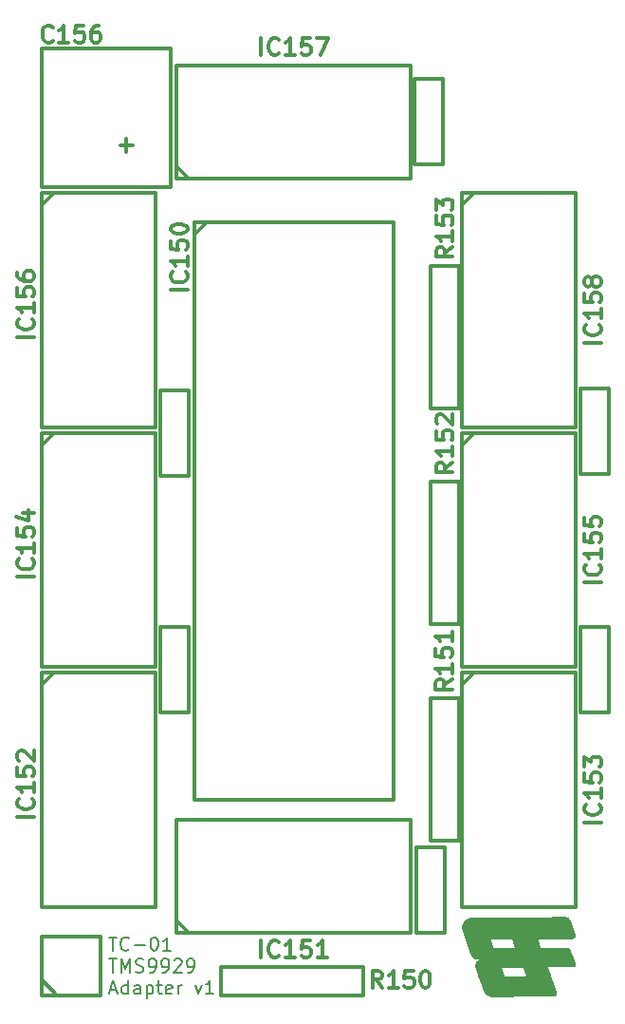
<source format=gbr>
%TF.GenerationSoftware,KiCad,Pcbnew,9.0.3*%
%TF.CreationDate,2025-10-30T22:20:45+00:00*%
%TF.ProjectId,TMSAdapterTC01,544d5341-6461-4707-9465-72544330312e,rev?*%
%TF.SameCoordinates,Original*%
%TF.FileFunction,Legend,Top*%
%TF.FilePolarity,Positive*%
%FSLAX46Y46*%
G04 Gerber Fmt 4.6, Leading zero omitted, Abs format (unit mm)*
G04 Created by KiCad (PCBNEW 9.0.3) date 2025-10-30 22:20:45*
%MOMM*%
%LPD*%
G01*
G04 APERTURE LIST*
%ADD10C,0.200000*%
%ADD11C,0.300000*%
%ADD12C,0.000000*%
G04 APERTURE END LIST*
D10*
X32975863Y-108178876D02*
X33661578Y-108178876D01*
X33318720Y-109378876D02*
X33318720Y-108178876D01*
X34747292Y-109264591D02*
X34690149Y-109321734D01*
X34690149Y-109321734D02*
X34518721Y-109378876D01*
X34518721Y-109378876D02*
X34404435Y-109378876D01*
X34404435Y-109378876D02*
X34233006Y-109321734D01*
X34233006Y-109321734D02*
X34118721Y-109207448D01*
X34118721Y-109207448D02*
X34061578Y-109093162D01*
X34061578Y-109093162D02*
X34004435Y-108864591D01*
X34004435Y-108864591D02*
X34004435Y-108693162D01*
X34004435Y-108693162D02*
X34061578Y-108464591D01*
X34061578Y-108464591D02*
X34118721Y-108350305D01*
X34118721Y-108350305D02*
X34233006Y-108236019D01*
X34233006Y-108236019D02*
X34404435Y-108178876D01*
X34404435Y-108178876D02*
X34518721Y-108178876D01*
X34518721Y-108178876D02*
X34690149Y-108236019D01*
X34690149Y-108236019D02*
X34747292Y-108293162D01*
X35261578Y-108921734D02*
X36175864Y-108921734D01*
X36975863Y-108178876D02*
X37090149Y-108178876D01*
X37090149Y-108178876D02*
X37204435Y-108236019D01*
X37204435Y-108236019D02*
X37261578Y-108293162D01*
X37261578Y-108293162D02*
X37318720Y-108407448D01*
X37318720Y-108407448D02*
X37375863Y-108636019D01*
X37375863Y-108636019D02*
X37375863Y-108921734D01*
X37375863Y-108921734D02*
X37318720Y-109150305D01*
X37318720Y-109150305D02*
X37261578Y-109264591D01*
X37261578Y-109264591D02*
X37204435Y-109321734D01*
X37204435Y-109321734D02*
X37090149Y-109378876D01*
X37090149Y-109378876D02*
X36975863Y-109378876D01*
X36975863Y-109378876D02*
X36861578Y-109321734D01*
X36861578Y-109321734D02*
X36804435Y-109264591D01*
X36804435Y-109264591D02*
X36747292Y-109150305D01*
X36747292Y-109150305D02*
X36690149Y-108921734D01*
X36690149Y-108921734D02*
X36690149Y-108636019D01*
X36690149Y-108636019D02*
X36747292Y-108407448D01*
X36747292Y-108407448D02*
X36804435Y-108293162D01*
X36804435Y-108293162D02*
X36861578Y-108236019D01*
X36861578Y-108236019D02*
X36975863Y-108178876D01*
X38518720Y-109378876D02*
X37833006Y-109378876D01*
X38175863Y-109378876D02*
X38175863Y-108178876D01*
X38175863Y-108178876D02*
X38061577Y-108350305D01*
X38061577Y-108350305D02*
X37947292Y-108464591D01*
X37947292Y-108464591D02*
X37833006Y-108521734D01*
X32975863Y-110110809D02*
X33661578Y-110110809D01*
X33318720Y-111310809D02*
X33318720Y-110110809D01*
X34061578Y-111310809D02*
X34061578Y-110110809D01*
X34061578Y-110110809D02*
X34461578Y-110967952D01*
X34461578Y-110967952D02*
X34861578Y-110110809D01*
X34861578Y-110110809D02*
X34861578Y-111310809D01*
X35375864Y-111253667D02*
X35547293Y-111310809D01*
X35547293Y-111310809D02*
X35833007Y-111310809D01*
X35833007Y-111310809D02*
X35947293Y-111253667D01*
X35947293Y-111253667D02*
X36004435Y-111196524D01*
X36004435Y-111196524D02*
X36061578Y-111082238D01*
X36061578Y-111082238D02*
X36061578Y-110967952D01*
X36061578Y-110967952D02*
X36004435Y-110853667D01*
X36004435Y-110853667D02*
X35947293Y-110796524D01*
X35947293Y-110796524D02*
X35833007Y-110739381D01*
X35833007Y-110739381D02*
X35604435Y-110682238D01*
X35604435Y-110682238D02*
X35490150Y-110625095D01*
X35490150Y-110625095D02*
X35433007Y-110567952D01*
X35433007Y-110567952D02*
X35375864Y-110453667D01*
X35375864Y-110453667D02*
X35375864Y-110339381D01*
X35375864Y-110339381D02*
X35433007Y-110225095D01*
X35433007Y-110225095D02*
X35490150Y-110167952D01*
X35490150Y-110167952D02*
X35604435Y-110110809D01*
X35604435Y-110110809D02*
X35890150Y-110110809D01*
X35890150Y-110110809D02*
X36061578Y-110167952D01*
X36633007Y-111310809D02*
X36861578Y-111310809D01*
X36861578Y-111310809D02*
X36975864Y-111253667D01*
X36975864Y-111253667D02*
X37033007Y-111196524D01*
X37033007Y-111196524D02*
X37147292Y-111025095D01*
X37147292Y-111025095D02*
X37204435Y-110796524D01*
X37204435Y-110796524D02*
X37204435Y-110339381D01*
X37204435Y-110339381D02*
X37147292Y-110225095D01*
X37147292Y-110225095D02*
X37090150Y-110167952D01*
X37090150Y-110167952D02*
X36975864Y-110110809D01*
X36975864Y-110110809D02*
X36747292Y-110110809D01*
X36747292Y-110110809D02*
X36633007Y-110167952D01*
X36633007Y-110167952D02*
X36575864Y-110225095D01*
X36575864Y-110225095D02*
X36518721Y-110339381D01*
X36518721Y-110339381D02*
X36518721Y-110625095D01*
X36518721Y-110625095D02*
X36575864Y-110739381D01*
X36575864Y-110739381D02*
X36633007Y-110796524D01*
X36633007Y-110796524D02*
X36747292Y-110853667D01*
X36747292Y-110853667D02*
X36975864Y-110853667D01*
X36975864Y-110853667D02*
X37090150Y-110796524D01*
X37090150Y-110796524D02*
X37147292Y-110739381D01*
X37147292Y-110739381D02*
X37204435Y-110625095D01*
X37775864Y-111310809D02*
X38004435Y-111310809D01*
X38004435Y-111310809D02*
X38118721Y-111253667D01*
X38118721Y-111253667D02*
X38175864Y-111196524D01*
X38175864Y-111196524D02*
X38290149Y-111025095D01*
X38290149Y-111025095D02*
X38347292Y-110796524D01*
X38347292Y-110796524D02*
X38347292Y-110339381D01*
X38347292Y-110339381D02*
X38290149Y-110225095D01*
X38290149Y-110225095D02*
X38233007Y-110167952D01*
X38233007Y-110167952D02*
X38118721Y-110110809D01*
X38118721Y-110110809D02*
X37890149Y-110110809D01*
X37890149Y-110110809D02*
X37775864Y-110167952D01*
X37775864Y-110167952D02*
X37718721Y-110225095D01*
X37718721Y-110225095D02*
X37661578Y-110339381D01*
X37661578Y-110339381D02*
X37661578Y-110625095D01*
X37661578Y-110625095D02*
X37718721Y-110739381D01*
X37718721Y-110739381D02*
X37775864Y-110796524D01*
X37775864Y-110796524D02*
X37890149Y-110853667D01*
X37890149Y-110853667D02*
X38118721Y-110853667D01*
X38118721Y-110853667D02*
X38233007Y-110796524D01*
X38233007Y-110796524D02*
X38290149Y-110739381D01*
X38290149Y-110739381D02*
X38347292Y-110625095D01*
X38804435Y-110225095D02*
X38861578Y-110167952D01*
X38861578Y-110167952D02*
X38975864Y-110110809D01*
X38975864Y-110110809D02*
X39261578Y-110110809D01*
X39261578Y-110110809D02*
X39375864Y-110167952D01*
X39375864Y-110167952D02*
X39433006Y-110225095D01*
X39433006Y-110225095D02*
X39490149Y-110339381D01*
X39490149Y-110339381D02*
X39490149Y-110453667D01*
X39490149Y-110453667D02*
X39433006Y-110625095D01*
X39433006Y-110625095D02*
X38747292Y-111310809D01*
X38747292Y-111310809D02*
X39490149Y-111310809D01*
X40061578Y-111310809D02*
X40290149Y-111310809D01*
X40290149Y-111310809D02*
X40404435Y-111253667D01*
X40404435Y-111253667D02*
X40461578Y-111196524D01*
X40461578Y-111196524D02*
X40575863Y-111025095D01*
X40575863Y-111025095D02*
X40633006Y-110796524D01*
X40633006Y-110796524D02*
X40633006Y-110339381D01*
X40633006Y-110339381D02*
X40575863Y-110225095D01*
X40575863Y-110225095D02*
X40518721Y-110167952D01*
X40518721Y-110167952D02*
X40404435Y-110110809D01*
X40404435Y-110110809D02*
X40175863Y-110110809D01*
X40175863Y-110110809D02*
X40061578Y-110167952D01*
X40061578Y-110167952D02*
X40004435Y-110225095D01*
X40004435Y-110225095D02*
X39947292Y-110339381D01*
X39947292Y-110339381D02*
X39947292Y-110625095D01*
X39947292Y-110625095D02*
X40004435Y-110739381D01*
X40004435Y-110739381D02*
X40061578Y-110796524D01*
X40061578Y-110796524D02*
X40175863Y-110853667D01*
X40175863Y-110853667D02*
X40404435Y-110853667D01*
X40404435Y-110853667D02*
X40518721Y-110796524D01*
X40518721Y-110796524D02*
X40575863Y-110739381D01*
X40575863Y-110739381D02*
X40633006Y-110625095D01*
X33090149Y-112899885D02*
X33661578Y-112899885D01*
X32975863Y-113242742D02*
X33375863Y-112042742D01*
X33375863Y-112042742D02*
X33775863Y-113242742D01*
X34690149Y-113242742D02*
X34690149Y-112042742D01*
X34690149Y-113185600D02*
X34575863Y-113242742D01*
X34575863Y-113242742D02*
X34347291Y-113242742D01*
X34347291Y-113242742D02*
X34233006Y-113185600D01*
X34233006Y-113185600D02*
X34175863Y-113128457D01*
X34175863Y-113128457D02*
X34118720Y-113014171D01*
X34118720Y-113014171D02*
X34118720Y-112671314D01*
X34118720Y-112671314D02*
X34175863Y-112557028D01*
X34175863Y-112557028D02*
X34233006Y-112499885D01*
X34233006Y-112499885D02*
X34347291Y-112442742D01*
X34347291Y-112442742D02*
X34575863Y-112442742D01*
X34575863Y-112442742D02*
X34690149Y-112499885D01*
X35775863Y-113242742D02*
X35775863Y-112614171D01*
X35775863Y-112614171D02*
X35718720Y-112499885D01*
X35718720Y-112499885D02*
X35604434Y-112442742D01*
X35604434Y-112442742D02*
X35375863Y-112442742D01*
X35375863Y-112442742D02*
X35261577Y-112499885D01*
X35775863Y-113185600D02*
X35661577Y-113242742D01*
X35661577Y-113242742D02*
X35375863Y-113242742D01*
X35375863Y-113242742D02*
X35261577Y-113185600D01*
X35261577Y-113185600D02*
X35204434Y-113071314D01*
X35204434Y-113071314D02*
X35204434Y-112957028D01*
X35204434Y-112957028D02*
X35261577Y-112842742D01*
X35261577Y-112842742D02*
X35375863Y-112785600D01*
X35375863Y-112785600D02*
X35661577Y-112785600D01*
X35661577Y-112785600D02*
X35775863Y-112728457D01*
X36347291Y-112442742D02*
X36347291Y-113642742D01*
X36347291Y-112499885D02*
X36461577Y-112442742D01*
X36461577Y-112442742D02*
X36690148Y-112442742D01*
X36690148Y-112442742D02*
X36804434Y-112499885D01*
X36804434Y-112499885D02*
X36861577Y-112557028D01*
X36861577Y-112557028D02*
X36918719Y-112671314D01*
X36918719Y-112671314D02*
X36918719Y-113014171D01*
X36918719Y-113014171D02*
X36861577Y-113128457D01*
X36861577Y-113128457D02*
X36804434Y-113185600D01*
X36804434Y-113185600D02*
X36690148Y-113242742D01*
X36690148Y-113242742D02*
X36461577Y-113242742D01*
X36461577Y-113242742D02*
X36347291Y-113185600D01*
X37261576Y-112442742D02*
X37718719Y-112442742D01*
X37433005Y-112042742D02*
X37433005Y-113071314D01*
X37433005Y-113071314D02*
X37490148Y-113185600D01*
X37490148Y-113185600D02*
X37604433Y-113242742D01*
X37604433Y-113242742D02*
X37718719Y-113242742D01*
X38575862Y-113185600D02*
X38461576Y-113242742D01*
X38461576Y-113242742D02*
X38233005Y-113242742D01*
X38233005Y-113242742D02*
X38118719Y-113185600D01*
X38118719Y-113185600D02*
X38061576Y-113071314D01*
X38061576Y-113071314D02*
X38061576Y-112614171D01*
X38061576Y-112614171D02*
X38118719Y-112499885D01*
X38118719Y-112499885D02*
X38233005Y-112442742D01*
X38233005Y-112442742D02*
X38461576Y-112442742D01*
X38461576Y-112442742D02*
X38575862Y-112499885D01*
X38575862Y-112499885D02*
X38633005Y-112614171D01*
X38633005Y-112614171D02*
X38633005Y-112728457D01*
X38633005Y-112728457D02*
X38061576Y-112842742D01*
X39147290Y-113242742D02*
X39147290Y-112442742D01*
X39147290Y-112671314D02*
X39204433Y-112557028D01*
X39204433Y-112557028D02*
X39261576Y-112499885D01*
X39261576Y-112499885D02*
X39375861Y-112442742D01*
X39375861Y-112442742D02*
X39490147Y-112442742D01*
X40690147Y-112442742D02*
X40975861Y-113242742D01*
X40975861Y-113242742D02*
X41261576Y-112442742D01*
X42347290Y-113242742D02*
X41661576Y-113242742D01*
X42004433Y-113242742D02*
X42004433Y-112042742D01*
X42004433Y-112042742D02*
X41890147Y-112214171D01*
X41890147Y-112214171D02*
X41775862Y-112328457D01*
X41775862Y-112328457D02*
X41661576Y-112385600D01*
D11*
X26313328Y-54672856D02*
X24813328Y-54672856D01*
X26170471Y-53101427D02*
X26241900Y-53172855D01*
X26241900Y-53172855D02*
X26313328Y-53387141D01*
X26313328Y-53387141D02*
X26313328Y-53529998D01*
X26313328Y-53529998D02*
X26241900Y-53744284D01*
X26241900Y-53744284D02*
X26099042Y-53887141D01*
X26099042Y-53887141D02*
X25956185Y-53958570D01*
X25956185Y-53958570D02*
X25670471Y-54029998D01*
X25670471Y-54029998D02*
X25456185Y-54029998D01*
X25456185Y-54029998D02*
X25170471Y-53958570D01*
X25170471Y-53958570D02*
X25027614Y-53887141D01*
X25027614Y-53887141D02*
X24884757Y-53744284D01*
X24884757Y-53744284D02*
X24813328Y-53529998D01*
X24813328Y-53529998D02*
X24813328Y-53387141D01*
X24813328Y-53387141D02*
X24884757Y-53172855D01*
X24884757Y-53172855D02*
X24956185Y-53101427D01*
X26313328Y-51672855D02*
X26313328Y-52529998D01*
X26313328Y-52101427D02*
X24813328Y-52101427D01*
X24813328Y-52101427D02*
X25027614Y-52244284D01*
X25027614Y-52244284D02*
X25170471Y-52387141D01*
X25170471Y-52387141D02*
X25241900Y-52529998D01*
X24813328Y-50315713D02*
X24813328Y-51029999D01*
X24813328Y-51029999D02*
X25527614Y-51101427D01*
X25527614Y-51101427D02*
X25456185Y-51029999D01*
X25456185Y-51029999D02*
X25384757Y-50887142D01*
X25384757Y-50887142D02*
X25384757Y-50529999D01*
X25384757Y-50529999D02*
X25456185Y-50387142D01*
X25456185Y-50387142D02*
X25527614Y-50315713D01*
X25527614Y-50315713D02*
X25670471Y-50244284D01*
X25670471Y-50244284D02*
X26027614Y-50244284D01*
X26027614Y-50244284D02*
X26170471Y-50315713D01*
X26170471Y-50315713D02*
X26241900Y-50387142D01*
X26241900Y-50387142D02*
X26313328Y-50529999D01*
X26313328Y-50529999D02*
X26313328Y-50887142D01*
X26313328Y-50887142D02*
X26241900Y-51029999D01*
X26241900Y-51029999D02*
X26170471Y-51101427D01*
X24813328Y-48958571D02*
X24813328Y-49244285D01*
X24813328Y-49244285D02*
X24884757Y-49387142D01*
X24884757Y-49387142D02*
X24956185Y-49458571D01*
X24956185Y-49458571D02*
X25170471Y-49601428D01*
X25170471Y-49601428D02*
X25456185Y-49672856D01*
X25456185Y-49672856D02*
X26027614Y-49672856D01*
X26027614Y-49672856D02*
X26170471Y-49601428D01*
X26170471Y-49601428D02*
X26241900Y-49529999D01*
X26241900Y-49529999D02*
X26313328Y-49387142D01*
X26313328Y-49387142D02*
X26313328Y-49101428D01*
X26313328Y-49101428D02*
X26241900Y-48958571D01*
X26241900Y-48958571D02*
X26170471Y-48887142D01*
X26170471Y-48887142D02*
X26027614Y-48815713D01*
X26027614Y-48815713D02*
X25670471Y-48815713D01*
X25670471Y-48815713D02*
X25527614Y-48887142D01*
X25527614Y-48887142D02*
X25456185Y-48958571D01*
X25456185Y-48958571D02*
X25384757Y-49101428D01*
X25384757Y-49101428D02*
X25384757Y-49387142D01*
X25384757Y-49387142D02*
X25456185Y-49529999D01*
X25456185Y-49529999D02*
X25527614Y-49601428D01*
X25527614Y-49601428D02*
X25670471Y-49672856D01*
X26313328Y-76042856D02*
X24813328Y-76042856D01*
X26170471Y-74471427D02*
X26241900Y-74542855D01*
X26241900Y-74542855D02*
X26313328Y-74757141D01*
X26313328Y-74757141D02*
X26313328Y-74899998D01*
X26313328Y-74899998D02*
X26241900Y-75114284D01*
X26241900Y-75114284D02*
X26099042Y-75257141D01*
X26099042Y-75257141D02*
X25956185Y-75328570D01*
X25956185Y-75328570D02*
X25670471Y-75399998D01*
X25670471Y-75399998D02*
X25456185Y-75399998D01*
X25456185Y-75399998D02*
X25170471Y-75328570D01*
X25170471Y-75328570D02*
X25027614Y-75257141D01*
X25027614Y-75257141D02*
X24884757Y-75114284D01*
X24884757Y-75114284D02*
X24813328Y-74899998D01*
X24813328Y-74899998D02*
X24813328Y-74757141D01*
X24813328Y-74757141D02*
X24884757Y-74542855D01*
X24884757Y-74542855D02*
X24956185Y-74471427D01*
X26313328Y-73042855D02*
X26313328Y-73899998D01*
X26313328Y-73471427D02*
X24813328Y-73471427D01*
X24813328Y-73471427D02*
X25027614Y-73614284D01*
X25027614Y-73614284D02*
X25170471Y-73757141D01*
X25170471Y-73757141D02*
X25241900Y-73899998D01*
X24813328Y-71685713D02*
X24813328Y-72399999D01*
X24813328Y-72399999D02*
X25527614Y-72471427D01*
X25527614Y-72471427D02*
X25456185Y-72399999D01*
X25456185Y-72399999D02*
X25384757Y-72257142D01*
X25384757Y-72257142D02*
X25384757Y-71899999D01*
X25384757Y-71899999D02*
X25456185Y-71757142D01*
X25456185Y-71757142D02*
X25527614Y-71685713D01*
X25527614Y-71685713D02*
X25670471Y-71614284D01*
X25670471Y-71614284D02*
X26027614Y-71614284D01*
X26027614Y-71614284D02*
X26170471Y-71685713D01*
X26170471Y-71685713D02*
X26241900Y-71757142D01*
X26241900Y-71757142D02*
X26313328Y-71899999D01*
X26313328Y-71899999D02*
X26313328Y-72257142D01*
X26313328Y-72257142D02*
X26241900Y-72399999D01*
X26241900Y-72399999D02*
X26170471Y-72471427D01*
X25313328Y-70328571D02*
X26313328Y-70328571D01*
X24741900Y-70685713D02*
X25813328Y-71042856D01*
X25813328Y-71042856D02*
X25813328Y-70114285D01*
X76928328Y-55182856D02*
X75428328Y-55182856D01*
X76785471Y-53611427D02*
X76856900Y-53682855D01*
X76856900Y-53682855D02*
X76928328Y-53897141D01*
X76928328Y-53897141D02*
X76928328Y-54039998D01*
X76928328Y-54039998D02*
X76856900Y-54254284D01*
X76856900Y-54254284D02*
X76714042Y-54397141D01*
X76714042Y-54397141D02*
X76571185Y-54468570D01*
X76571185Y-54468570D02*
X76285471Y-54539998D01*
X76285471Y-54539998D02*
X76071185Y-54539998D01*
X76071185Y-54539998D02*
X75785471Y-54468570D01*
X75785471Y-54468570D02*
X75642614Y-54397141D01*
X75642614Y-54397141D02*
X75499757Y-54254284D01*
X75499757Y-54254284D02*
X75428328Y-54039998D01*
X75428328Y-54039998D02*
X75428328Y-53897141D01*
X75428328Y-53897141D02*
X75499757Y-53682855D01*
X75499757Y-53682855D02*
X75571185Y-53611427D01*
X76928328Y-52182855D02*
X76928328Y-53039998D01*
X76928328Y-52611427D02*
X75428328Y-52611427D01*
X75428328Y-52611427D02*
X75642614Y-52754284D01*
X75642614Y-52754284D02*
X75785471Y-52897141D01*
X75785471Y-52897141D02*
X75856900Y-53039998D01*
X75428328Y-50825713D02*
X75428328Y-51539999D01*
X75428328Y-51539999D02*
X76142614Y-51611427D01*
X76142614Y-51611427D02*
X76071185Y-51539999D01*
X76071185Y-51539999D02*
X75999757Y-51397142D01*
X75999757Y-51397142D02*
X75999757Y-51039999D01*
X75999757Y-51039999D02*
X76071185Y-50897142D01*
X76071185Y-50897142D02*
X76142614Y-50825713D01*
X76142614Y-50825713D02*
X76285471Y-50754284D01*
X76285471Y-50754284D02*
X76642614Y-50754284D01*
X76642614Y-50754284D02*
X76785471Y-50825713D01*
X76785471Y-50825713D02*
X76856900Y-50897142D01*
X76856900Y-50897142D02*
X76928328Y-51039999D01*
X76928328Y-51039999D02*
X76928328Y-51397142D01*
X76928328Y-51397142D02*
X76856900Y-51539999D01*
X76856900Y-51539999D02*
X76785471Y-51611427D01*
X76071185Y-49897142D02*
X75999757Y-50039999D01*
X75999757Y-50039999D02*
X75928328Y-50111428D01*
X75928328Y-50111428D02*
X75785471Y-50182856D01*
X75785471Y-50182856D02*
X75714042Y-50182856D01*
X75714042Y-50182856D02*
X75571185Y-50111428D01*
X75571185Y-50111428D02*
X75499757Y-50039999D01*
X75499757Y-50039999D02*
X75428328Y-49897142D01*
X75428328Y-49897142D02*
X75428328Y-49611428D01*
X75428328Y-49611428D02*
X75499757Y-49468571D01*
X75499757Y-49468571D02*
X75571185Y-49397142D01*
X75571185Y-49397142D02*
X75714042Y-49325713D01*
X75714042Y-49325713D02*
X75785471Y-49325713D01*
X75785471Y-49325713D02*
X75928328Y-49397142D01*
X75928328Y-49397142D02*
X75999757Y-49468571D01*
X75999757Y-49468571D02*
X76071185Y-49611428D01*
X76071185Y-49611428D02*
X76071185Y-49897142D01*
X76071185Y-49897142D02*
X76142614Y-50039999D01*
X76142614Y-50039999D02*
X76214042Y-50111428D01*
X76214042Y-50111428D02*
X76356900Y-50182856D01*
X76356900Y-50182856D02*
X76642614Y-50182856D01*
X76642614Y-50182856D02*
X76785471Y-50111428D01*
X76785471Y-50111428D02*
X76856900Y-50039999D01*
X76856900Y-50039999D02*
X76928328Y-49897142D01*
X76928328Y-49897142D02*
X76928328Y-49611428D01*
X76928328Y-49611428D02*
X76856900Y-49468571D01*
X76856900Y-49468571D02*
X76785471Y-49397142D01*
X76785471Y-49397142D02*
X76642614Y-49325713D01*
X76642614Y-49325713D02*
X76356900Y-49325713D01*
X76356900Y-49325713D02*
X76214042Y-49397142D01*
X76214042Y-49397142D02*
X76142614Y-49468571D01*
X76142614Y-49468571D02*
X76071185Y-49611428D01*
X46587143Y-109978328D02*
X46587143Y-108478328D01*
X48158572Y-109835471D02*
X48087144Y-109906900D01*
X48087144Y-109906900D02*
X47872858Y-109978328D01*
X47872858Y-109978328D02*
X47730001Y-109978328D01*
X47730001Y-109978328D02*
X47515715Y-109906900D01*
X47515715Y-109906900D02*
X47372858Y-109764042D01*
X47372858Y-109764042D02*
X47301429Y-109621185D01*
X47301429Y-109621185D02*
X47230001Y-109335471D01*
X47230001Y-109335471D02*
X47230001Y-109121185D01*
X47230001Y-109121185D02*
X47301429Y-108835471D01*
X47301429Y-108835471D02*
X47372858Y-108692614D01*
X47372858Y-108692614D02*
X47515715Y-108549757D01*
X47515715Y-108549757D02*
X47730001Y-108478328D01*
X47730001Y-108478328D02*
X47872858Y-108478328D01*
X47872858Y-108478328D02*
X48087144Y-108549757D01*
X48087144Y-108549757D02*
X48158572Y-108621185D01*
X49587144Y-109978328D02*
X48730001Y-109978328D01*
X49158572Y-109978328D02*
X49158572Y-108478328D01*
X49158572Y-108478328D02*
X49015715Y-108692614D01*
X49015715Y-108692614D02*
X48872858Y-108835471D01*
X48872858Y-108835471D02*
X48730001Y-108906900D01*
X50944286Y-108478328D02*
X50230000Y-108478328D01*
X50230000Y-108478328D02*
X50158572Y-109192614D01*
X50158572Y-109192614D02*
X50230000Y-109121185D01*
X50230000Y-109121185D02*
X50372858Y-109049757D01*
X50372858Y-109049757D02*
X50730000Y-109049757D01*
X50730000Y-109049757D02*
X50872858Y-109121185D01*
X50872858Y-109121185D02*
X50944286Y-109192614D01*
X50944286Y-109192614D02*
X51015715Y-109335471D01*
X51015715Y-109335471D02*
X51015715Y-109692614D01*
X51015715Y-109692614D02*
X50944286Y-109835471D01*
X50944286Y-109835471D02*
X50872858Y-109906900D01*
X50872858Y-109906900D02*
X50730000Y-109978328D01*
X50730000Y-109978328D02*
X50372858Y-109978328D01*
X50372858Y-109978328D02*
X50230000Y-109906900D01*
X50230000Y-109906900D02*
X50158572Y-109835471D01*
X52444286Y-109978328D02*
X51587143Y-109978328D01*
X52015714Y-109978328D02*
X52015714Y-108478328D01*
X52015714Y-108478328D02*
X51872857Y-108692614D01*
X51872857Y-108692614D02*
X51730000Y-108835471D01*
X51730000Y-108835471D02*
X51587143Y-108906900D01*
X63688328Y-46688570D02*
X62974042Y-47188570D01*
X63688328Y-47545713D02*
X62188328Y-47545713D01*
X62188328Y-47545713D02*
X62188328Y-46974284D01*
X62188328Y-46974284D02*
X62259757Y-46831427D01*
X62259757Y-46831427D02*
X62331185Y-46759998D01*
X62331185Y-46759998D02*
X62474042Y-46688570D01*
X62474042Y-46688570D02*
X62688328Y-46688570D01*
X62688328Y-46688570D02*
X62831185Y-46759998D01*
X62831185Y-46759998D02*
X62902614Y-46831427D01*
X62902614Y-46831427D02*
X62974042Y-46974284D01*
X62974042Y-46974284D02*
X62974042Y-47545713D01*
X63688328Y-45259998D02*
X63688328Y-46117141D01*
X63688328Y-45688570D02*
X62188328Y-45688570D01*
X62188328Y-45688570D02*
X62402614Y-45831427D01*
X62402614Y-45831427D02*
X62545471Y-45974284D01*
X62545471Y-45974284D02*
X62616900Y-46117141D01*
X62188328Y-43902856D02*
X62188328Y-44617142D01*
X62188328Y-44617142D02*
X62902614Y-44688570D01*
X62902614Y-44688570D02*
X62831185Y-44617142D01*
X62831185Y-44617142D02*
X62759757Y-44474285D01*
X62759757Y-44474285D02*
X62759757Y-44117142D01*
X62759757Y-44117142D02*
X62831185Y-43974285D01*
X62831185Y-43974285D02*
X62902614Y-43902856D01*
X62902614Y-43902856D02*
X63045471Y-43831427D01*
X63045471Y-43831427D02*
X63402614Y-43831427D01*
X63402614Y-43831427D02*
X63545471Y-43902856D01*
X63545471Y-43902856D02*
X63616900Y-43974285D01*
X63616900Y-43974285D02*
X63688328Y-44117142D01*
X63688328Y-44117142D02*
X63688328Y-44474285D01*
X63688328Y-44474285D02*
X63616900Y-44617142D01*
X63616900Y-44617142D02*
X63545471Y-44688570D01*
X62188328Y-43331428D02*
X62188328Y-42402856D01*
X62188328Y-42402856D02*
X62759757Y-42902856D01*
X62759757Y-42902856D02*
X62759757Y-42688571D01*
X62759757Y-42688571D02*
X62831185Y-42545714D01*
X62831185Y-42545714D02*
X62902614Y-42474285D01*
X62902614Y-42474285D02*
X63045471Y-42402856D01*
X63045471Y-42402856D02*
X63402614Y-42402856D01*
X63402614Y-42402856D02*
X63545471Y-42474285D01*
X63545471Y-42474285D02*
X63616900Y-42545714D01*
X63616900Y-42545714D02*
X63688328Y-42688571D01*
X63688328Y-42688571D02*
X63688328Y-43117142D01*
X63688328Y-43117142D02*
X63616900Y-43259999D01*
X63616900Y-43259999D02*
X63545471Y-43331428D01*
X63688328Y-65878570D02*
X62974042Y-66378570D01*
X63688328Y-66735713D02*
X62188328Y-66735713D01*
X62188328Y-66735713D02*
X62188328Y-66164284D01*
X62188328Y-66164284D02*
X62259757Y-66021427D01*
X62259757Y-66021427D02*
X62331185Y-65949998D01*
X62331185Y-65949998D02*
X62474042Y-65878570D01*
X62474042Y-65878570D02*
X62688328Y-65878570D01*
X62688328Y-65878570D02*
X62831185Y-65949998D01*
X62831185Y-65949998D02*
X62902614Y-66021427D01*
X62902614Y-66021427D02*
X62974042Y-66164284D01*
X62974042Y-66164284D02*
X62974042Y-66735713D01*
X63688328Y-64449998D02*
X63688328Y-65307141D01*
X63688328Y-64878570D02*
X62188328Y-64878570D01*
X62188328Y-64878570D02*
X62402614Y-65021427D01*
X62402614Y-65021427D02*
X62545471Y-65164284D01*
X62545471Y-65164284D02*
X62616900Y-65307141D01*
X62188328Y-63092856D02*
X62188328Y-63807142D01*
X62188328Y-63807142D02*
X62902614Y-63878570D01*
X62902614Y-63878570D02*
X62831185Y-63807142D01*
X62831185Y-63807142D02*
X62759757Y-63664285D01*
X62759757Y-63664285D02*
X62759757Y-63307142D01*
X62759757Y-63307142D02*
X62831185Y-63164285D01*
X62831185Y-63164285D02*
X62902614Y-63092856D01*
X62902614Y-63092856D02*
X63045471Y-63021427D01*
X63045471Y-63021427D02*
X63402614Y-63021427D01*
X63402614Y-63021427D02*
X63545471Y-63092856D01*
X63545471Y-63092856D02*
X63616900Y-63164285D01*
X63616900Y-63164285D02*
X63688328Y-63307142D01*
X63688328Y-63307142D02*
X63688328Y-63664285D01*
X63688328Y-63664285D02*
X63616900Y-63807142D01*
X63616900Y-63807142D02*
X63545471Y-63878570D01*
X62331185Y-62449999D02*
X62259757Y-62378571D01*
X62259757Y-62378571D02*
X62188328Y-62235714D01*
X62188328Y-62235714D02*
X62188328Y-61878571D01*
X62188328Y-61878571D02*
X62259757Y-61735714D01*
X62259757Y-61735714D02*
X62331185Y-61664285D01*
X62331185Y-61664285D02*
X62474042Y-61592856D01*
X62474042Y-61592856D02*
X62616900Y-61592856D01*
X62616900Y-61592856D02*
X62831185Y-61664285D01*
X62831185Y-61664285D02*
X63688328Y-62521428D01*
X63688328Y-62521428D02*
X63688328Y-61592856D01*
X76928328Y-76552856D02*
X75428328Y-76552856D01*
X76785471Y-74981427D02*
X76856900Y-75052855D01*
X76856900Y-75052855D02*
X76928328Y-75267141D01*
X76928328Y-75267141D02*
X76928328Y-75409998D01*
X76928328Y-75409998D02*
X76856900Y-75624284D01*
X76856900Y-75624284D02*
X76714042Y-75767141D01*
X76714042Y-75767141D02*
X76571185Y-75838570D01*
X76571185Y-75838570D02*
X76285471Y-75909998D01*
X76285471Y-75909998D02*
X76071185Y-75909998D01*
X76071185Y-75909998D02*
X75785471Y-75838570D01*
X75785471Y-75838570D02*
X75642614Y-75767141D01*
X75642614Y-75767141D02*
X75499757Y-75624284D01*
X75499757Y-75624284D02*
X75428328Y-75409998D01*
X75428328Y-75409998D02*
X75428328Y-75267141D01*
X75428328Y-75267141D02*
X75499757Y-75052855D01*
X75499757Y-75052855D02*
X75571185Y-74981427D01*
X76928328Y-73552855D02*
X76928328Y-74409998D01*
X76928328Y-73981427D02*
X75428328Y-73981427D01*
X75428328Y-73981427D02*
X75642614Y-74124284D01*
X75642614Y-74124284D02*
X75785471Y-74267141D01*
X75785471Y-74267141D02*
X75856900Y-74409998D01*
X75428328Y-72195713D02*
X75428328Y-72909999D01*
X75428328Y-72909999D02*
X76142614Y-72981427D01*
X76142614Y-72981427D02*
X76071185Y-72909999D01*
X76071185Y-72909999D02*
X75999757Y-72767142D01*
X75999757Y-72767142D02*
X75999757Y-72409999D01*
X75999757Y-72409999D02*
X76071185Y-72267142D01*
X76071185Y-72267142D02*
X76142614Y-72195713D01*
X76142614Y-72195713D02*
X76285471Y-72124284D01*
X76285471Y-72124284D02*
X76642614Y-72124284D01*
X76642614Y-72124284D02*
X76785471Y-72195713D01*
X76785471Y-72195713D02*
X76856900Y-72267142D01*
X76856900Y-72267142D02*
X76928328Y-72409999D01*
X76928328Y-72409999D02*
X76928328Y-72767142D01*
X76928328Y-72767142D02*
X76856900Y-72909999D01*
X76856900Y-72909999D02*
X76785471Y-72981427D01*
X75428328Y-70767142D02*
X75428328Y-71481428D01*
X75428328Y-71481428D02*
X76142614Y-71552856D01*
X76142614Y-71552856D02*
X76071185Y-71481428D01*
X76071185Y-71481428D02*
X75999757Y-71338571D01*
X75999757Y-71338571D02*
X75999757Y-70981428D01*
X75999757Y-70981428D02*
X76071185Y-70838571D01*
X76071185Y-70838571D02*
X76142614Y-70767142D01*
X76142614Y-70767142D02*
X76285471Y-70695713D01*
X76285471Y-70695713D02*
X76642614Y-70695713D01*
X76642614Y-70695713D02*
X76785471Y-70767142D01*
X76785471Y-70767142D02*
X76856900Y-70838571D01*
X76856900Y-70838571D02*
X76928328Y-70981428D01*
X76928328Y-70981428D02*
X76928328Y-71338571D01*
X76928328Y-71338571D02*
X76856900Y-71481428D01*
X76856900Y-71481428D02*
X76785471Y-71552856D01*
X46587143Y-29548328D02*
X46587143Y-28048328D01*
X48158572Y-29405471D02*
X48087144Y-29476900D01*
X48087144Y-29476900D02*
X47872858Y-29548328D01*
X47872858Y-29548328D02*
X47730001Y-29548328D01*
X47730001Y-29548328D02*
X47515715Y-29476900D01*
X47515715Y-29476900D02*
X47372858Y-29334042D01*
X47372858Y-29334042D02*
X47301429Y-29191185D01*
X47301429Y-29191185D02*
X47230001Y-28905471D01*
X47230001Y-28905471D02*
X47230001Y-28691185D01*
X47230001Y-28691185D02*
X47301429Y-28405471D01*
X47301429Y-28405471D02*
X47372858Y-28262614D01*
X47372858Y-28262614D02*
X47515715Y-28119757D01*
X47515715Y-28119757D02*
X47730001Y-28048328D01*
X47730001Y-28048328D02*
X47872858Y-28048328D01*
X47872858Y-28048328D02*
X48087144Y-28119757D01*
X48087144Y-28119757D02*
X48158572Y-28191185D01*
X49587144Y-29548328D02*
X48730001Y-29548328D01*
X49158572Y-29548328D02*
X49158572Y-28048328D01*
X49158572Y-28048328D02*
X49015715Y-28262614D01*
X49015715Y-28262614D02*
X48872858Y-28405471D01*
X48872858Y-28405471D02*
X48730001Y-28476900D01*
X50944286Y-28048328D02*
X50230000Y-28048328D01*
X50230000Y-28048328D02*
X50158572Y-28762614D01*
X50158572Y-28762614D02*
X50230000Y-28691185D01*
X50230000Y-28691185D02*
X50372858Y-28619757D01*
X50372858Y-28619757D02*
X50730000Y-28619757D01*
X50730000Y-28619757D02*
X50872858Y-28691185D01*
X50872858Y-28691185D02*
X50944286Y-28762614D01*
X50944286Y-28762614D02*
X51015715Y-28905471D01*
X51015715Y-28905471D02*
X51015715Y-29262614D01*
X51015715Y-29262614D02*
X50944286Y-29405471D01*
X50944286Y-29405471D02*
X50872858Y-29476900D01*
X50872858Y-29476900D02*
X50730000Y-29548328D01*
X50730000Y-29548328D02*
X50372858Y-29548328D01*
X50372858Y-29548328D02*
X50230000Y-29476900D01*
X50230000Y-29476900D02*
X50158572Y-29405471D01*
X51515714Y-28048328D02*
X52515714Y-28048328D01*
X52515714Y-28048328D02*
X51872857Y-29548328D01*
X63638328Y-85218570D02*
X62924042Y-85718570D01*
X63638328Y-86075713D02*
X62138328Y-86075713D01*
X62138328Y-86075713D02*
X62138328Y-85504284D01*
X62138328Y-85504284D02*
X62209757Y-85361427D01*
X62209757Y-85361427D02*
X62281185Y-85289998D01*
X62281185Y-85289998D02*
X62424042Y-85218570D01*
X62424042Y-85218570D02*
X62638328Y-85218570D01*
X62638328Y-85218570D02*
X62781185Y-85289998D01*
X62781185Y-85289998D02*
X62852614Y-85361427D01*
X62852614Y-85361427D02*
X62924042Y-85504284D01*
X62924042Y-85504284D02*
X62924042Y-86075713D01*
X63638328Y-83789998D02*
X63638328Y-84647141D01*
X63638328Y-84218570D02*
X62138328Y-84218570D01*
X62138328Y-84218570D02*
X62352614Y-84361427D01*
X62352614Y-84361427D02*
X62495471Y-84504284D01*
X62495471Y-84504284D02*
X62566900Y-84647141D01*
X62138328Y-82432856D02*
X62138328Y-83147142D01*
X62138328Y-83147142D02*
X62852614Y-83218570D01*
X62852614Y-83218570D02*
X62781185Y-83147142D01*
X62781185Y-83147142D02*
X62709757Y-83004285D01*
X62709757Y-83004285D02*
X62709757Y-82647142D01*
X62709757Y-82647142D02*
X62781185Y-82504285D01*
X62781185Y-82504285D02*
X62852614Y-82432856D01*
X62852614Y-82432856D02*
X62995471Y-82361427D01*
X62995471Y-82361427D02*
X63352614Y-82361427D01*
X63352614Y-82361427D02*
X63495471Y-82432856D01*
X63495471Y-82432856D02*
X63566900Y-82504285D01*
X63566900Y-82504285D02*
X63638328Y-82647142D01*
X63638328Y-82647142D02*
X63638328Y-83004285D01*
X63638328Y-83004285D02*
X63566900Y-83147142D01*
X63566900Y-83147142D02*
X63495471Y-83218570D01*
X63638328Y-80932856D02*
X63638328Y-81789999D01*
X63638328Y-81361428D02*
X62138328Y-81361428D01*
X62138328Y-81361428D02*
X62352614Y-81504285D01*
X62352614Y-81504285D02*
X62495471Y-81647142D01*
X62495471Y-81647142D02*
X62566900Y-81789999D01*
X76928328Y-97942856D02*
X75428328Y-97942856D01*
X76785471Y-96371427D02*
X76856900Y-96442855D01*
X76856900Y-96442855D02*
X76928328Y-96657141D01*
X76928328Y-96657141D02*
X76928328Y-96799998D01*
X76928328Y-96799998D02*
X76856900Y-97014284D01*
X76856900Y-97014284D02*
X76714042Y-97157141D01*
X76714042Y-97157141D02*
X76571185Y-97228570D01*
X76571185Y-97228570D02*
X76285471Y-97299998D01*
X76285471Y-97299998D02*
X76071185Y-97299998D01*
X76071185Y-97299998D02*
X75785471Y-97228570D01*
X75785471Y-97228570D02*
X75642614Y-97157141D01*
X75642614Y-97157141D02*
X75499757Y-97014284D01*
X75499757Y-97014284D02*
X75428328Y-96799998D01*
X75428328Y-96799998D02*
X75428328Y-96657141D01*
X75428328Y-96657141D02*
X75499757Y-96442855D01*
X75499757Y-96442855D02*
X75571185Y-96371427D01*
X76928328Y-94942855D02*
X76928328Y-95799998D01*
X76928328Y-95371427D02*
X75428328Y-95371427D01*
X75428328Y-95371427D02*
X75642614Y-95514284D01*
X75642614Y-95514284D02*
X75785471Y-95657141D01*
X75785471Y-95657141D02*
X75856900Y-95799998D01*
X75428328Y-93585713D02*
X75428328Y-94299999D01*
X75428328Y-94299999D02*
X76142614Y-94371427D01*
X76142614Y-94371427D02*
X76071185Y-94299999D01*
X76071185Y-94299999D02*
X75999757Y-94157142D01*
X75999757Y-94157142D02*
X75999757Y-93799999D01*
X75999757Y-93799999D02*
X76071185Y-93657142D01*
X76071185Y-93657142D02*
X76142614Y-93585713D01*
X76142614Y-93585713D02*
X76285471Y-93514284D01*
X76285471Y-93514284D02*
X76642614Y-93514284D01*
X76642614Y-93514284D02*
X76785471Y-93585713D01*
X76785471Y-93585713D02*
X76856900Y-93657142D01*
X76856900Y-93657142D02*
X76928328Y-93799999D01*
X76928328Y-93799999D02*
X76928328Y-94157142D01*
X76928328Y-94157142D02*
X76856900Y-94299999D01*
X76856900Y-94299999D02*
X76785471Y-94371427D01*
X75428328Y-93014285D02*
X75428328Y-92085713D01*
X75428328Y-92085713D02*
X75999757Y-92585713D01*
X75999757Y-92585713D02*
X75999757Y-92371428D01*
X75999757Y-92371428D02*
X76071185Y-92228571D01*
X76071185Y-92228571D02*
X76142614Y-92157142D01*
X76142614Y-92157142D02*
X76285471Y-92085713D01*
X76285471Y-92085713D02*
X76642614Y-92085713D01*
X76642614Y-92085713D02*
X76785471Y-92157142D01*
X76785471Y-92157142D02*
X76856900Y-92228571D01*
X76856900Y-92228571D02*
X76928328Y-92371428D01*
X76928328Y-92371428D02*
X76928328Y-92799999D01*
X76928328Y-92799999D02*
X76856900Y-92942856D01*
X76856900Y-92942856D02*
X76785471Y-93014285D01*
X39998328Y-50472856D02*
X38498328Y-50472856D01*
X39855471Y-48901427D02*
X39926900Y-48972855D01*
X39926900Y-48972855D02*
X39998328Y-49187141D01*
X39998328Y-49187141D02*
X39998328Y-49329998D01*
X39998328Y-49329998D02*
X39926900Y-49544284D01*
X39926900Y-49544284D02*
X39784042Y-49687141D01*
X39784042Y-49687141D02*
X39641185Y-49758570D01*
X39641185Y-49758570D02*
X39355471Y-49829998D01*
X39355471Y-49829998D02*
X39141185Y-49829998D01*
X39141185Y-49829998D02*
X38855471Y-49758570D01*
X38855471Y-49758570D02*
X38712614Y-49687141D01*
X38712614Y-49687141D02*
X38569757Y-49544284D01*
X38569757Y-49544284D02*
X38498328Y-49329998D01*
X38498328Y-49329998D02*
X38498328Y-49187141D01*
X38498328Y-49187141D02*
X38569757Y-48972855D01*
X38569757Y-48972855D02*
X38641185Y-48901427D01*
X39998328Y-47472855D02*
X39998328Y-48329998D01*
X39998328Y-47901427D02*
X38498328Y-47901427D01*
X38498328Y-47901427D02*
X38712614Y-48044284D01*
X38712614Y-48044284D02*
X38855471Y-48187141D01*
X38855471Y-48187141D02*
X38926900Y-48329998D01*
X38498328Y-46115713D02*
X38498328Y-46829999D01*
X38498328Y-46829999D02*
X39212614Y-46901427D01*
X39212614Y-46901427D02*
X39141185Y-46829999D01*
X39141185Y-46829999D02*
X39069757Y-46687142D01*
X39069757Y-46687142D02*
X39069757Y-46329999D01*
X39069757Y-46329999D02*
X39141185Y-46187142D01*
X39141185Y-46187142D02*
X39212614Y-46115713D01*
X39212614Y-46115713D02*
X39355471Y-46044284D01*
X39355471Y-46044284D02*
X39712614Y-46044284D01*
X39712614Y-46044284D02*
X39855471Y-46115713D01*
X39855471Y-46115713D02*
X39926900Y-46187142D01*
X39926900Y-46187142D02*
X39998328Y-46329999D01*
X39998328Y-46329999D02*
X39998328Y-46687142D01*
X39998328Y-46687142D02*
X39926900Y-46829999D01*
X39926900Y-46829999D02*
X39855471Y-46901427D01*
X38498328Y-45115713D02*
X38498328Y-44972856D01*
X38498328Y-44972856D02*
X38569757Y-44829999D01*
X38569757Y-44829999D02*
X38641185Y-44758571D01*
X38641185Y-44758571D02*
X38784042Y-44687142D01*
X38784042Y-44687142D02*
X39069757Y-44615713D01*
X39069757Y-44615713D02*
X39426900Y-44615713D01*
X39426900Y-44615713D02*
X39712614Y-44687142D01*
X39712614Y-44687142D02*
X39855471Y-44758571D01*
X39855471Y-44758571D02*
X39926900Y-44829999D01*
X39926900Y-44829999D02*
X39998328Y-44972856D01*
X39998328Y-44972856D02*
X39998328Y-45115713D01*
X39998328Y-45115713D02*
X39926900Y-45258571D01*
X39926900Y-45258571D02*
X39855471Y-45329999D01*
X39855471Y-45329999D02*
X39712614Y-45401428D01*
X39712614Y-45401428D02*
X39426900Y-45472856D01*
X39426900Y-45472856D02*
X39069757Y-45472856D01*
X39069757Y-45472856D02*
X38784042Y-45401428D01*
X38784042Y-45401428D02*
X38641185Y-45329999D01*
X38641185Y-45329999D02*
X38569757Y-45258571D01*
X38569757Y-45258571D02*
X38498328Y-45115713D01*
X57371429Y-112678328D02*
X56871429Y-111964042D01*
X56514286Y-112678328D02*
X56514286Y-111178328D01*
X56514286Y-111178328D02*
X57085715Y-111178328D01*
X57085715Y-111178328D02*
X57228572Y-111249757D01*
X57228572Y-111249757D02*
X57300001Y-111321185D01*
X57300001Y-111321185D02*
X57371429Y-111464042D01*
X57371429Y-111464042D02*
X57371429Y-111678328D01*
X57371429Y-111678328D02*
X57300001Y-111821185D01*
X57300001Y-111821185D02*
X57228572Y-111892614D01*
X57228572Y-111892614D02*
X57085715Y-111964042D01*
X57085715Y-111964042D02*
X56514286Y-111964042D01*
X58800001Y-112678328D02*
X57942858Y-112678328D01*
X58371429Y-112678328D02*
X58371429Y-111178328D01*
X58371429Y-111178328D02*
X58228572Y-111392614D01*
X58228572Y-111392614D02*
X58085715Y-111535471D01*
X58085715Y-111535471D02*
X57942858Y-111606900D01*
X60157143Y-111178328D02*
X59442857Y-111178328D01*
X59442857Y-111178328D02*
X59371429Y-111892614D01*
X59371429Y-111892614D02*
X59442857Y-111821185D01*
X59442857Y-111821185D02*
X59585715Y-111749757D01*
X59585715Y-111749757D02*
X59942857Y-111749757D01*
X59942857Y-111749757D02*
X60085715Y-111821185D01*
X60085715Y-111821185D02*
X60157143Y-111892614D01*
X60157143Y-111892614D02*
X60228572Y-112035471D01*
X60228572Y-112035471D02*
X60228572Y-112392614D01*
X60228572Y-112392614D02*
X60157143Y-112535471D01*
X60157143Y-112535471D02*
X60085715Y-112606900D01*
X60085715Y-112606900D02*
X59942857Y-112678328D01*
X59942857Y-112678328D02*
X59585715Y-112678328D01*
X59585715Y-112678328D02*
X59442857Y-112606900D01*
X59442857Y-112606900D02*
X59371429Y-112535471D01*
X61157143Y-111178328D02*
X61300000Y-111178328D01*
X61300000Y-111178328D02*
X61442857Y-111249757D01*
X61442857Y-111249757D02*
X61514286Y-111321185D01*
X61514286Y-111321185D02*
X61585714Y-111464042D01*
X61585714Y-111464042D02*
X61657143Y-111749757D01*
X61657143Y-111749757D02*
X61657143Y-112106900D01*
X61657143Y-112106900D02*
X61585714Y-112392614D01*
X61585714Y-112392614D02*
X61514286Y-112535471D01*
X61514286Y-112535471D02*
X61442857Y-112606900D01*
X61442857Y-112606900D02*
X61300000Y-112678328D01*
X61300000Y-112678328D02*
X61157143Y-112678328D01*
X61157143Y-112678328D02*
X61014286Y-112606900D01*
X61014286Y-112606900D02*
X60942857Y-112535471D01*
X60942857Y-112535471D02*
X60871428Y-112392614D01*
X60871428Y-112392614D02*
X60800000Y-112106900D01*
X60800000Y-112106900D02*
X60800000Y-111749757D01*
X60800000Y-111749757D02*
X60871428Y-111464042D01*
X60871428Y-111464042D02*
X60942857Y-111321185D01*
X60942857Y-111321185D02*
X61014286Y-111249757D01*
X61014286Y-111249757D02*
X61157143Y-111178328D01*
X27961429Y-28275471D02*
X27890001Y-28346900D01*
X27890001Y-28346900D02*
X27675715Y-28418328D01*
X27675715Y-28418328D02*
X27532858Y-28418328D01*
X27532858Y-28418328D02*
X27318572Y-28346900D01*
X27318572Y-28346900D02*
X27175715Y-28204042D01*
X27175715Y-28204042D02*
X27104286Y-28061185D01*
X27104286Y-28061185D02*
X27032858Y-27775471D01*
X27032858Y-27775471D02*
X27032858Y-27561185D01*
X27032858Y-27561185D02*
X27104286Y-27275471D01*
X27104286Y-27275471D02*
X27175715Y-27132614D01*
X27175715Y-27132614D02*
X27318572Y-26989757D01*
X27318572Y-26989757D02*
X27532858Y-26918328D01*
X27532858Y-26918328D02*
X27675715Y-26918328D01*
X27675715Y-26918328D02*
X27890001Y-26989757D01*
X27890001Y-26989757D02*
X27961429Y-27061185D01*
X29390001Y-28418328D02*
X28532858Y-28418328D01*
X28961429Y-28418328D02*
X28961429Y-26918328D01*
X28961429Y-26918328D02*
X28818572Y-27132614D01*
X28818572Y-27132614D02*
X28675715Y-27275471D01*
X28675715Y-27275471D02*
X28532858Y-27346900D01*
X30747143Y-26918328D02*
X30032857Y-26918328D01*
X30032857Y-26918328D02*
X29961429Y-27632614D01*
X29961429Y-27632614D02*
X30032857Y-27561185D01*
X30032857Y-27561185D02*
X30175715Y-27489757D01*
X30175715Y-27489757D02*
X30532857Y-27489757D01*
X30532857Y-27489757D02*
X30675715Y-27561185D01*
X30675715Y-27561185D02*
X30747143Y-27632614D01*
X30747143Y-27632614D02*
X30818572Y-27775471D01*
X30818572Y-27775471D02*
X30818572Y-28132614D01*
X30818572Y-28132614D02*
X30747143Y-28275471D01*
X30747143Y-28275471D02*
X30675715Y-28346900D01*
X30675715Y-28346900D02*
X30532857Y-28418328D01*
X30532857Y-28418328D02*
X30175715Y-28418328D01*
X30175715Y-28418328D02*
X30032857Y-28346900D01*
X30032857Y-28346900D02*
X29961429Y-28275471D01*
X32104286Y-26918328D02*
X31818571Y-26918328D01*
X31818571Y-26918328D02*
X31675714Y-26989757D01*
X31675714Y-26989757D02*
X31604286Y-27061185D01*
X31604286Y-27061185D02*
X31461428Y-27275471D01*
X31461428Y-27275471D02*
X31390000Y-27561185D01*
X31390000Y-27561185D02*
X31390000Y-28132614D01*
X31390000Y-28132614D02*
X31461428Y-28275471D01*
X31461428Y-28275471D02*
X31532857Y-28346900D01*
X31532857Y-28346900D02*
X31675714Y-28418328D01*
X31675714Y-28418328D02*
X31961428Y-28418328D01*
X31961428Y-28418328D02*
X32104286Y-28346900D01*
X32104286Y-28346900D02*
X32175714Y-28275471D01*
X32175714Y-28275471D02*
X32247143Y-28132614D01*
X32247143Y-28132614D02*
X32247143Y-27775471D01*
X32247143Y-27775471D02*
X32175714Y-27632614D01*
X32175714Y-27632614D02*
X32104286Y-27561185D01*
X32104286Y-27561185D02*
X31961428Y-27489757D01*
X31961428Y-27489757D02*
X31675714Y-27489757D01*
X31675714Y-27489757D02*
X31532857Y-27561185D01*
X31532857Y-27561185D02*
X31461428Y-27632614D01*
X31461428Y-27632614D02*
X31390000Y-27775471D01*
X34549400Y-38175489D02*
X34549400Y-37032632D01*
X35120828Y-37604060D02*
X33977971Y-37604060D01*
X26313328Y-97432856D02*
X24813328Y-97432856D01*
X26170471Y-95861427D02*
X26241900Y-95932855D01*
X26241900Y-95932855D02*
X26313328Y-96147141D01*
X26313328Y-96147141D02*
X26313328Y-96289998D01*
X26313328Y-96289998D02*
X26241900Y-96504284D01*
X26241900Y-96504284D02*
X26099042Y-96647141D01*
X26099042Y-96647141D02*
X25956185Y-96718570D01*
X25956185Y-96718570D02*
X25670471Y-96789998D01*
X25670471Y-96789998D02*
X25456185Y-96789998D01*
X25456185Y-96789998D02*
X25170471Y-96718570D01*
X25170471Y-96718570D02*
X25027614Y-96647141D01*
X25027614Y-96647141D02*
X24884757Y-96504284D01*
X24884757Y-96504284D02*
X24813328Y-96289998D01*
X24813328Y-96289998D02*
X24813328Y-96147141D01*
X24813328Y-96147141D02*
X24884757Y-95932855D01*
X24884757Y-95932855D02*
X24956185Y-95861427D01*
X26313328Y-94432855D02*
X26313328Y-95289998D01*
X26313328Y-94861427D02*
X24813328Y-94861427D01*
X24813328Y-94861427D02*
X25027614Y-95004284D01*
X25027614Y-95004284D02*
X25170471Y-95147141D01*
X25170471Y-95147141D02*
X25241900Y-95289998D01*
X24813328Y-93075713D02*
X24813328Y-93789999D01*
X24813328Y-93789999D02*
X25527614Y-93861427D01*
X25527614Y-93861427D02*
X25456185Y-93789999D01*
X25456185Y-93789999D02*
X25384757Y-93647142D01*
X25384757Y-93647142D02*
X25384757Y-93289999D01*
X25384757Y-93289999D02*
X25456185Y-93147142D01*
X25456185Y-93147142D02*
X25527614Y-93075713D01*
X25527614Y-93075713D02*
X25670471Y-93004284D01*
X25670471Y-93004284D02*
X26027614Y-93004284D01*
X26027614Y-93004284D02*
X26170471Y-93075713D01*
X26170471Y-93075713D02*
X26241900Y-93147142D01*
X26241900Y-93147142D02*
X26313328Y-93289999D01*
X26313328Y-93289999D02*
X26313328Y-93647142D01*
X26313328Y-93647142D02*
X26241900Y-93789999D01*
X26241900Y-93789999D02*
X26170471Y-93861427D01*
X24956185Y-92432856D02*
X24884757Y-92361428D01*
X24884757Y-92361428D02*
X24813328Y-92218571D01*
X24813328Y-92218571D02*
X24813328Y-91861428D01*
X24813328Y-91861428D02*
X24884757Y-91718571D01*
X24884757Y-91718571D02*
X24956185Y-91647142D01*
X24956185Y-91647142D02*
X25099042Y-91575713D01*
X25099042Y-91575713D02*
X25241900Y-91575713D01*
X25241900Y-91575713D02*
X25456185Y-91647142D01*
X25456185Y-91647142D02*
X26313328Y-92504285D01*
X26313328Y-92504285D02*
X26313328Y-91575713D01*
%TO.C,IC156*%
X27005000Y-41850000D02*
X37115000Y-41850000D01*
X37115000Y-62730000D01*
X27005000Y-62730000D01*
X27005000Y-41850000D01*
X27010000Y-42955000D02*
X28085000Y-41855000D01*
D12*
%TO.C,G150*%
G36*
X73633775Y-106389805D02*
G01*
X73649503Y-106389873D01*
X73706053Y-106390368D01*
X73751860Y-106390859D01*
X73788358Y-106391447D01*
X73816983Y-106392231D01*
X73839170Y-106393311D01*
X73856355Y-106394788D01*
X73869972Y-106396760D01*
X73881457Y-106399328D01*
X73892245Y-106402592D01*
X73903772Y-106406651D01*
X73906876Y-106407780D01*
X73950027Y-106425099D01*
X73986121Y-106443810D01*
X74019371Y-106466536D01*
X74053991Y-106495902D01*
X74065408Y-106506526D01*
X74121043Y-106562878D01*
X74166590Y-106617656D01*
X74203564Y-106672991D01*
X74233479Y-106731010D01*
X74245400Y-106759478D01*
X74254501Y-106782632D01*
X74262913Y-106803868D01*
X74268306Y-106817329D01*
X74273727Y-106830828D01*
X74276705Y-106838499D01*
X74276754Y-106838643D01*
X74279845Y-106846254D01*
X74281830Y-106850823D01*
X74284395Y-106857956D01*
X74290537Y-106875702D01*
X74299941Y-106903133D01*
X74312291Y-106939319D01*
X74327271Y-106983333D01*
X74344566Y-107034247D01*
X74363860Y-107091132D01*
X74384838Y-107153061D01*
X74407184Y-107219104D01*
X74428843Y-107283189D01*
X74453466Y-107356050D01*
X74477979Y-107428539D01*
X74501944Y-107499361D01*
X74524921Y-107567219D01*
X74546471Y-107630817D01*
X74566156Y-107688860D01*
X74583534Y-107740051D01*
X74598168Y-107783094D01*
X74609618Y-107816693D01*
X74614903Y-107832148D01*
X74635446Y-107894381D01*
X74650922Y-107947267D01*
X74661455Y-107992475D01*
X74667172Y-108031673D01*
X74668199Y-108066532D01*
X74664660Y-108098721D01*
X74656682Y-108129908D01*
X74644390Y-108161763D01*
X74640373Y-108170640D01*
X74622554Y-108199287D01*
X74595972Y-108229569D01*
X74563323Y-108259000D01*
X74527302Y-108285090D01*
X74498604Y-108301517D01*
X74483331Y-108309204D01*
X74469658Y-108315917D01*
X74456683Y-108321729D01*
X74443500Y-108326717D01*
X74429206Y-108330955D01*
X74412897Y-108334518D01*
X74393669Y-108337483D01*
X74370618Y-108339923D01*
X74342839Y-108341915D01*
X74309430Y-108343533D01*
X74269485Y-108344853D01*
X74222101Y-108345950D01*
X74166375Y-108346898D01*
X74101401Y-108347774D01*
X74026275Y-108348652D01*
X73940095Y-108349608D01*
X73917448Y-108349860D01*
X73859550Y-108350455D01*
X73790492Y-108351077D01*
X73711293Y-108351720D01*
X73622973Y-108352379D01*
X73526552Y-108353046D01*
X73423048Y-108353716D01*
X73313481Y-108354384D01*
X73198870Y-108355043D01*
X73080235Y-108355688D01*
X72958596Y-108356312D01*
X72834971Y-108356910D01*
X72710380Y-108357476D01*
X72585842Y-108358003D01*
X72462377Y-108358487D01*
X72378163Y-108358792D01*
X72234645Y-108359316D01*
X72102959Y-108359843D01*
X71982757Y-108360376D01*
X71873692Y-108360918D01*
X71775416Y-108361474D01*
X71687581Y-108362046D01*
X71609840Y-108362638D01*
X71541845Y-108363253D01*
X71483249Y-108363896D01*
X71433703Y-108364569D01*
X71392861Y-108365275D01*
X71360375Y-108366019D01*
X71335897Y-108366803D01*
X71319080Y-108367632D01*
X71309576Y-108368508D01*
X71307026Y-108369423D01*
X71309821Y-108376274D01*
X71316067Y-108393698D01*
X71325428Y-108420696D01*
X71337564Y-108456267D01*
X71352138Y-108499410D01*
X71368813Y-108549125D01*
X71387251Y-108604410D01*
X71407114Y-108664265D01*
X71428064Y-108727690D01*
X71432445Y-108740989D01*
X71552529Y-109105694D01*
X72713675Y-109103324D01*
X72853453Y-109103042D01*
X72981578Y-109102792D01*
X73098577Y-109102578D01*
X73204977Y-109102405D01*
X73301304Y-109102277D01*
X73388086Y-109102198D01*
X73465849Y-109102172D01*
X73535119Y-109102202D01*
X73596424Y-109102294D01*
X73650290Y-109102450D01*
X73697244Y-109102676D01*
X73737812Y-109102975D01*
X73772522Y-109103351D01*
X73801899Y-109103808D01*
X73826471Y-109104351D01*
X73846764Y-109104983D01*
X73863306Y-109105709D01*
X73876622Y-109106532D01*
X73887240Y-109107457D01*
X73895686Y-109108488D01*
X73902487Y-109109628D01*
X73908169Y-109110882D01*
X73913260Y-109112254D01*
X73914404Y-109112587D01*
X73969686Y-109132863D01*
X74021751Y-109160755D01*
X74072994Y-109197718D01*
X74114419Y-109234243D01*
X74141456Y-109263554D01*
X74168530Y-109300603D01*
X74196093Y-109346209D01*
X74224595Y-109401189D01*
X74254487Y-109466363D01*
X74286220Y-109542548D01*
X74291031Y-109554635D01*
X74305532Y-109590966D01*
X74319664Y-109625854D01*
X74332371Y-109656733D01*
X74342599Y-109681037D01*
X74348597Y-109694697D01*
X74357434Y-109714752D01*
X74368956Y-109742003D01*
X74381424Y-109772298D01*
X74389401Y-109792132D01*
X74400177Y-109818520D01*
X74409899Y-109841063D01*
X74417396Y-109857121D01*
X74421133Y-109863685D01*
X74424616Y-109870195D01*
X74423496Y-109871297D01*
X74423375Y-109875620D01*
X74428244Y-109884999D01*
X74432704Y-109894110D01*
X74441101Y-109913265D01*
X74452916Y-109941172D01*
X74467632Y-109976539D01*
X74484728Y-110018074D01*
X74503686Y-110064487D01*
X74523988Y-110114486D01*
X74545114Y-110166780D01*
X74566546Y-110220076D01*
X74587764Y-110273083D01*
X74608251Y-110324511D01*
X74627487Y-110373066D01*
X74644953Y-110417459D01*
X74660130Y-110456397D01*
X74672500Y-110488589D01*
X74681544Y-110512743D01*
X74686743Y-110527568D01*
X74687676Y-110530791D01*
X74693127Y-110567908D01*
X74694076Y-110608832D01*
X74690750Y-110649027D01*
X74683379Y-110683960D01*
X74679385Y-110695357D01*
X74654939Y-110739462D01*
X74620240Y-110777751D01*
X74576021Y-110809669D01*
X74523014Y-110834659D01*
X74477698Y-110848578D01*
X74462765Y-110851158D01*
X74439502Y-110853551D01*
X74407648Y-110855758D01*
X74366942Y-110857784D01*
X74317122Y-110859634D01*
X74257930Y-110861312D01*
X74189103Y-110862820D01*
X74110381Y-110864165D01*
X74021504Y-110865348D01*
X73922210Y-110866376D01*
X73812239Y-110867251D01*
X73691331Y-110867978D01*
X73559224Y-110868560D01*
X73415658Y-110869003D01*
X73260372Y-110869309D01*
X73134386Y-110869453D01*
X73042219Y-110869565D01*
X72951429Y-110869745D01*
X72863007Y-110869988D01*
X72777943Y-110870287D01*
X72697229Y-110870638D01*
X72621855Y-110871033D01*
X72552813Y-110871469D01*
X72491093Y-110871939D01*
X72437687Y-110872437D01*
X72393585Y-110872958D01*
X72359778Y-110873496D01*
X72338955Y-110873991D01*
X72210884Y-110877980D01*
X72289238Y-111113011D01*
X72306358Y-111164292D01*
X72322385Y-111212159D01*
X72336888Y-111255335D01*
X72349436Y-111292543D01*
X72359597Y-111322506D01*
X72366942Y-111343947D01*
X72371038Y-111355591D01*
X72371651Y-111357176D01*
X72375998Y-111367885D01*
X72376998Y-111370878D01*
X72379808Y-111378490D01*
X72382593Y-111386623D01*
X72382852Y-111387624D01*
X72385679Y-111397723D01*
X72385857Y-111398281D01*
X72386618Y-111407416D01*
X72390591Y-111411758D01*
X72392638Y-111411983D01*
X72396710Y-111416413D01*
X72395874Y-111421117D01*
X72396053Y-111428943D01*
X72398919Y-111430252D01*
X72402911Y-111434657D01*
X72402115Y-111438993D01*
X72401717Y-111447720D01*
X72403589Y-111449650D01*
X72406323Y-111455611D01*
X72412547Y-111472140D01*
X72421918Y-111498243D01*
X72434093Y-111532928D01*
X72448729Y-111575202D01*
X72465480Y-111624073D01*
X72484005Y-111678546D01*
X72503960Y-111737631D01*
X72525001Y-111800333D01*
X72527502Y-111807811D01*
X72563304Y-111914888D01*
X72598254Y-112019361D01*
X72632145Y-112120620D01*
X72664775Y-112218057D01*
X72695938Y-112311063D01*
X72725430Y-112399028D01*
X72753046Y-112481344D01*
X72778581Y-112557400D01*
X72801832Y-112626589D01*
X72822593Y-112688301D01*
X72840660Y-112741926D01*
X72855828Y-112786857D01*
X72867893Y-112822483D01*
X72876651Y-112848195D01*
X72881896Y-112863385D01*
X72883360Y-112867413D01*
X72887377Y-112877171D01*
X72888295Y-112879593D01*
X72891164Y-112887317D01*
X72892868Y-112891772D01*
X72896851Y-112902863D01*
X72902797Y-112920198D01*
X72905518Y-112928310D01*
X72912219Y-112947983D01*
X72921170Y-112973695D01*
X72930486Y-113000028D01*
X72930884Y-113001143D01*
X72951814Y-113068677D01*
X72967169Y-113137353D01*
X72976185Y-113203239D01*
X72978317Y-113245715D01*
X72978244Y-113275824D01*
X72977117Y-113297317D01*
X72974349Y-113313750D01*
X72969351Y-113328678D01*
X72961943Y-113344828D01*
X72950262Y-113366614D01*
X72937847Y-113386602D01*
X72930299Y-113396844D01*
X72907683Y-113416968D01*
X72874889Y-113436560D01*
X72833908Y-113454576D01*
X72796154Y-113467272D01*
X72782781Y-113471143D01*
X72770391Y-113474361D01*
X72757682Y-113477015D01*
X72743354Y-113479192D01*
X72726108Y-113480982D01*
X72704641Y-113482471D01*
X72677655Y-113483748D01*
X72643849Y-113484902D01*
X72601923Y-113486019D01*
X72550576Y-113487189D01*
X72488509Y-113488499D01*
X72480287Y-113488670D01*
X72453063Y-113489126D01*
X72414205Y-113489614D01*
X72364258Y-113490129D01*
X72303766Y-113490670D01*
X72233276Y-113491232D01*
X72153331Y-113491813D01*
X72064477Y-113492411D01*
X71967259Y-113493022D01*
X71862222Y-113493643D01*
X71749910Y-113494271D01*
X71630870Y-113494904D01*
X71505646Y-113495538D01*
X71374783Y-113496170D01*
X71238826Y-113496799D01*
X71098320Y-113497419D01*
X70953810Y-113498029D01*
X70805842Y-113498626D01*
X70654959Y-113499207D01*
X70501708Y-113499769D01*
X70346633Y-113500308D01*
X70291052Y-113500494D01*
X70131119Y-113501027D01*
X69970690Y-113501566D01*
X69810435Y-113502109D01*
X69651023Y-113502653D01*
X69493124Y-113503196D01*
X69337405Y-113503736D01*
X69184536Y-113504270D01*
X69035186Y-113504796D01*
X68890025Y-113505311D01*
X68749721Y-113505813D01*
X68614943Y-113506299D01*
X68486361Y-113506768D01*
X68364644Y-113507216D01*
X68250460Y-113507642D01*
X68144480Y-113508043D01*
X68047371Y-113508416D01*
X67959803Y-113508759D01*
X67882445Y-113509070D01*
X67815966Y-113509347D01*
X67763840Y-113509573D01*
X67674627Y-113509915D01*
X67589099Y-113510129D01*
X67508089Y-113510220D01*
X67432428Y-113510191D01*
X67362949Y-113510045D01*
X67300484Y-113509787D01*
X67245864Y-113509419D01*
X67199921Y-113508946D01*
X67163488Y-113508372D01*
X67137396Y-113507699D01*
X67122478Y-113506932D01*
X67120852Y-113506760D01*
X67051386Y-113493422D01*
X66978286Y-113471291D01*
X66904645Y-113441728D01*
X66833553Y-113406092D01*
X66768104Y-113365746D01*
X66722507Y-113331505D01*
X66659070Y-113274980D01*
X66603012Y-113215831D01*
X66550675Y-113150070D01*
X66531122Y-113122689D01*
X66511480Y-113093759D01*
X66494306Y-113066627D01*
X66478782Y-113039530D01*
X66464087Y-113010705D01*
X66449401Y-112978387D01*
X66433905Y-112940813D01*
X66416780Y-112896220D01*
X66397205Y-112842845D01*
X66384174Y-112806517D01*
X66365810Y-112755018D01*
X66345128Y-112697002D01*
X66323635Y-112636695D01*
X66302837Y-112578321D01*
X66284241Y-112526108D01*
X66280005Y-112514213D01*
X66265875Y-112474531D01*
X66253026Y-112438457D01*
X66242046Y-112407641D01*
X66233522Y-112383731D01*
X66228043Y-112368378D01*
X66226271Y-112363429D01*
X66224233Y-112355439D01*
X66224350Y-112354295D01*
X66222385Y-112348575D01*
X66216787Y-112337612D01*
X66210429Y-112325587D01*
X66207620Y-112319343D01*
X66204839Y-112311726D01*
X66202934Y-112307164D01*
X66202075Y-112305043D01*
X66200620Y-112301216D01*
X66198376Y-112295138D01*
X66195149Y-112286265D01*
X66190745Y-112274052D01*
X66184970Y-112257954D01*
X66177630Y-112237426D01*
X66168532Y-112211925D01*
X66157481Y-112180904D01*
X66144284Y-112143819D01*
X66128747Y-112100126D01*
X66110676Y-112049280D01*
X66089877Y-111990736D01*
X66066157Y-111923950D01*
X66039321Y-111848377D01*
X66009176Y-111763471D01*
X65975527Y-111668689D01*
X65938182Y-111563485D01*
X65899535Y-111454611D01*
X65874880Y-111384927D01*
X65851021Y-111317063D01*
X65828342Y-111252133D01*
X65807224Y-111191250D01*
X65788049Y-111135528D01*
X65771200Y-111086082D01*
X65757058Y-111044026D01*
X65746007Y-111010475D01*
X65738429Y-110986541D01*
X65735520Y-110976572D01*
X65724583Y-110934594D01*
X65718594Y-110909643D01*
X68069619Y-110909643D01*
X68070677Y-110915806D01*
X68075094Y-110932057D01*
X68082398Y-110956922D01*
X68092118Y-110988928D01*
X68103782Y-111026602D01*
X68116919Y-111068468D01*
X68131057Y-111113055D01*
X68145725Y-111158889D01*
X68160451Y-111204495D01*
X68174764Y-111248401D01*
X68188192Y-111289132D01*
X68200263Y-111325216D01*
X68210507Y-111355179D01*
X68218451Y-111377547D01*
X68223546Y-111390669D01*
X68227732Y-111401916D01*
X68234816Y-111422745D01*
X68244124Y-111451093D01*
X68254980Y-111484898D01*
X68266710Y-111522100D01*
X68269401Y-111530731D01*
X68307304Y-111652525D01*
X69051024Y-111650682D01*
X69149908Y-111650405D01*
X69248499Y-111650067D01*
X69345756Y-111649676D01*
X69440641Y-111649238D01*
X69532114Y-111648760D01*
X69619135Y-111648248D01*
X69700666Y-111647708D01*
X69775666Y-111647149D01*
X69843097Y-111646575D01*
X69901919Y-111645994D01*
X69951092Y-111645413D01*
X69989577Y-111644838D01*
X70002718Y-111644592D01*
X70210691Y-111640345D01*
X70094236Y-111270454D01*
X69977782Y-110900562D01*
X69024575Y-110904397D01*
X68917810Y-110904835D01*
X68814383Y-110905277D01*
X68714948Y-110905719D01*
X68620158Y-110906157D01*
X68530666Y-110906588D01*
X68447126Y-110907008D01*
X68370190Y-110907414D01*
X68300512Y-110907802D01*
X68238746Y-110908168D01*
X68185543Y-110908510D01*
X68141559Y-110908822D01*
X68107445Y-110909102D01*
X68083855Y-110909346D01*
X68071443Y-110909551D01*
X68069619Y-110909643D01*
X65718594Y-110909643D01*
X65715413Y-110896388D01*
X65708348Y-110863617D01*
X65703728Y-110837945D01*
X65701892Y-110821035D01*
X65702581Y-110815046D01*
X65701475Y-110807747D01*
X65699543Y-110806122D01*
X65696920Y-110798599D01*
X65694908Y-110780928D01*
X65693672Y-110755133D01*
X65693354Y-110730429D01*
X65696227Y-110667473D01*
X65704437Y-110605688D01*
X65717364Y-110548454D01*
X65734391Y-110499153D01*
X65736527Y-110494271D01*
X65745362Y-110473432D01*
X65751712Y-110456264D01*
X65754247Y-110446375D01*
X65754250Y-110446203D01*
X65757727Y-110438470D01*
X65760340Y-110437636D01*
X65765814Y-110432736D01*
X65766430Y-110428937D01*
X65770348Y-110417222D01*
X65774072Y-110412190D01*
X65781224Y-110403271D01*
X65792659Y-110387590D01*
X65805914Y-110368524D01*
X65806043Y-110368335D01*
X65834799Y-110332698D01*
X65872228Y-110296372D01*
X65915266Y-110261921D01*
X65960851Y-110231910D01*
X65984725Y-110218817D01*
X65999561Y-110210701D01*
X66008142Y-110204853D01*
X66009080Y-110203262D01*
X66002659Y-110201627D01*
X65986267Y-110198464D01*
X65961963Y-110194144D01*
X65931806Y-110189036D01*
X65909532Y-110185386D01*
X65873443Y-110179157D01*
X65838805Y-110172476D01*
X65808655Y-110165977D01*
X65786030Y-110160296D01*
X65778609Y-110158003D01*
X65752112Y-110149095D01*
X65723408Y-110139865D01*
X65711623Y-110136221D01*
X65666025Y-110118805D01*
X65616019Y-110093537D01*
X65564524Y-110062292D01*
X65514459Y-110026945D01*
X65468745Y-109989372D01*
X65439880Y-109961698D01*
X65413275Y-109931493D01*
X65384912Y-109894848D01*
X65357165Y-109855217D01*
X65332410Y-109816051D01*
X65313022Y-109780804D01*
X65307783Y-109769670D01*
X65301853Y-109754863D01*
X65292696Y-109730159D01*
X65280899Y-109697228D01*
X65267050Y-109657738D01*
X65251735Y-109613361D01*
X65235542Y-109565764D01*
X65224249Y-109532173D01*
X65208500Y-109485110D01*
X65193944Y-109441646D01*
X65181040Y-109403149D01*
X65170248Y-109370987D01*
X65162027Y-109346530D01*
X65156836Y-109331145D01*
X65155166Y-109326272D01*
X65152723Y-109315549D01*
X65152669Y-109314774D01*
X65147983Y-109306819D01*
X65146348Y-109305616D01*
X65143519Y-109299396D01*
X65137131Y-109282485D01*
X65127482Y-109255745D01*
X65114872Y-109220039D01*
X65099598Y-109176227D01*
X65081959Y-109125171D01*
X65062253Y-109067734D01*
X65040778Y-109004777D01*
X65017832Y-108937162D01*
X64993715Y-108865751D01*
X64980639Y-108826897D01*
X64954990Y-108750678D01*
X64929629Y-108675491D01*
X64904941Y-108602471D01*
X64881314Y-108532752D01*
X64859134Y-108467471D01*
X64838787Y-108407762D01*
X64832009Y-108387945D01*
X67087457Y-108387945D01*
X67092984Y-108396927D01*
X67093626Y-108399056D01*
X67093719Y-108399980D01*
X67093805Y-108400780D01*
X67094183Y-108402386D01*
X67095155Y-108405728D01*
X67097019Y-108411735D01*
X67100077Y-108421338D01*
X67104629Y-108435466D01*
X67110974Y-108455049D01*
X67119413Y-108481017D01*
X67130247Y-108514300D01*
X67143774Y-108555827D01*
X67160296Y-108606529D01*
X67180113Y-108667335D01*
X67193421Y-108708171D01*
X67212748Y-108767492D01*
X67231582Y-108825332D01*
X67249455Y-108880250D01*
X67265898Y-108930806D01*
X67280444Y-108975559D01*
X67292625Y-109013070D01*
X67301970Y-109041897D01*
X67308013Y-109060600D01*
X67308058Y-109060738D01*
X67328429Y-109124046D01*
X68275372Y-109119595D01*
X68381780Y-109119085D01*
X68484847Y-109118569D01*
X68583918Y-109118053D01*
X68678336Y-109117541D01*
X68767448Y-109117036D01*
X68850597Y-109116544D01*
X68927129Y-109116068D01*
X68996387Y-109115612D01*
X69057716Y-109115182D01*
X69110462Y-109114781D01*
X69153968Y-109114413D01*
X69187580Y-109114083D01*
X69210642Y-109113794D01*
X69222498Y-109113552D01*
X69224018Y-109113452D01*
X69222647Y-109107463D01*
X69217975Y-109091233D01*
X69210418Y-109066120D01*
X69200392Y-109033480D01*
X69188313Y-108994672D01*
X69174598Y-108951052D01*
X69163989Y-108917577D01*
X69145674Y-108859934D01*
X69125375Y-108796001D01*
X69104226Y-108729351D01*
X69083360Y-108663556D01*
X69063910Y-108602186D01*
X69047009Y-108548814D01*
X69046852Y-108548317D01*
X68991446Y-108373239D01*
X68607528Y-108373243D01*
X68495236Y-108373301D01*
X68382842Y-108373470D01*
X68270998Y-108373743D01*
X68160359Y-108374114D01*
X68051580Y-108374576D01*
X67945315Y-108375124D01*
X67842218Y-108375750D01*
X67742943Y-108376449D01*
X67648145Y-108377214D01*
X67558479Y-108378039D01*
X67474598Y-108378918D01*
X67397157Y-108379844D01*
X67326810Y-108380810D01*
X67264211Y-108381811D01*
X67210015Y-108382841D01*
X67164876Y-108383892D01*
X67129449Y-108384959D01*
X67104387Y-108386035D01*
X67090346Y-108387114D01*
X67087457Y-108387945D01*
X64832009Y-108387945D01*
X64820660Y-108354762D01*
X64805139Y-108309604D01*
X64792611Y-108273425D01*
X64783462Y-108247360D01*
X64781660Y-108242311D01*
X64768278Y-108204779D01*
X64752070Y-108158930D01*
X64734159Y-108107968D01*
X64715671Y-108055097D01*
X64697728Y-108003522D01*
X64687717Y-107974604D01*
X64673130Y-107932759D01*
X64659536Y-107894501D01*
X64647516Y-107861400D01*
X64637648Y-107835032D01*
X64630514Y-107816968D01*
X64626690Y-107808783D01*
X64626596Y-107808660D01*
X64623208Y-107802029D01*
X64624617Y-107800811D01*
X64625165Y-107797064D01*
X64621572Y-107791676D01*
X64617321Y-107784312D01*
X64618527Y-107782542D01*
X64619569Y-107778786D01*
X64617257Y-107774929D01*
X64612846Y-107765869D01*
X64605586Y-107747319D01*
X64596207Y-107721433D01*
X64585437Y-107690364D01*
X64574004Y-107656264D01*
X64562638Y-107621287D01*
X64552067Y-107587586D01*
X64543020Y-107557314D01*
X64539943Y-107546475D01*
X64531664Y-107511543D01*
X64523685Y-107468660D01*
X64516563Y-107421857D01*
X64510858Y-107375165D01*
X64507129Y-107332612D01*
X64505924Y-107301205D01*
X64507128Y-107272765D01*
X64510493Y-107236028D01*
X64515528Y-107194585D01*
X64521745Y-107152026D01*
X64528657Y-107111943D01*
X64535775Y-107077927D01*
X64536948Y-107073095D01*
X64561511Y-106993702D01*
X64595538Y-106912750D01*
X64637399Y-106833712D01*
X64680452Y-106767050D01*
X64738287Y-106695808D01*
X64805656Y-106630899D01*
X64881215Y-106573175D01*
X64963622Y-106523492D01*
X65051531Y-106482703D01*
X65143600Y-106451663D01*
X65196930Y-106438762D01*
X65270122Y-106423552D01*
X69353243Y-106405809D01*
X69577377Y-106404839D01*
X69799079Y-106403887D01*
X70018012Y-106402956D01*
X70233838Y-106402046D01*
X70446221Y-106401158D01*
X70654823Y-106400293D01*
X70859307Y-106399454D01*
X71059336Y-106398640D01*
X71254573Y-106397854D01*
X71444681Y-106397097D01*
X71629322Y-106396369D01*
X71808160Y-106395673D01*
X71980857Y-106395009D01*
X72147076Y-106394378D01*
X72306480Y-106393783D01*
X72458732Y-106393223D01*
X72603495Y-106392701D01*
X72740432Y-106392218D01*
X72869205Y-106391774D01*
X72989478Y-106391371D01*
X73100912Y-106391011D01*
X73203172Y-106390695D01*
X73295920Y-106390423D01*
X73378819Y-106390197D01*
X73451531Y-106390019D01*
X73513720Y-106389890D01*
X73565048Y-106389810D01*
X73605179Y-106389781D01*
X73633775Y-106389805D01*
G37*
D11*
%TO.C,C152*%
X75090000Y-80490000D02*
X75090000Y-88110000D01*
X75090000Y-80490000D02*
X77630000Y-80490000D01*
X75090000Y-88110000D02*
X77630000Y-88110000D01*
X77630000Y-88110000D02*
X77630000Y-80490000D01*
%TO.C,IC154*%
X27010000Y-64325000D02*
X28085000Y-63225000D01*
X27005000Y-63220000D02*
X37115000Y-63220000D01*
X37115000Y-84100000D01*
X27005000Y-84100000D01*
X27005000Y-63220000D01*
%TO.C,IC158*%
X64525000Y-42955000D02*
X65600000Y-41855000D01*
X64520000Y-41850000D02*
X74630000Y-41850000D01*
X74630000Y-62730000D01*
X64520000Y-62730000D01*
X64520000Y-41850000D01*
%TO.C,IC151*%
X40145000Y-107805000D02*
X39045000Y-106730000D01*
X39040000Y-107810000D02*
X59920000Y-107810000D01*
X59920000Y-97700000D01*
X39040000Y-97700000D01*
X39040000Y-107810000D01*
%TO.C,R153*%
X61740000Y-48370000D02*
X61740000Y-49640000D01*
X61740000Y-49640000D02*
X61740000Y-59800000D01*
X61740000Y-59800000D02*
X61740000Y-61070000D01*
X61740000Y-61070000D02*
X63010000Y-61070000D01*
X63010000Y-61070000D02*
X64280000Y-61070000D01*
X64280000Y-48370000D02*
X61740000Y-48370000D01*
X64280000Y-48370000D02*
X64280000Y-49640000D01*
X64280000Y-49640000D02*
X64280000Y-59800000D01*
X64280000Y-59800000D02*
X64280000Y-61070000D01*
%TO.C,D150*%
X28343750Y-113390000D02*
X27026250Y-111920000D01*
X27023750Y-108160000D02*
X32243750Y-108160000D01*
X32243750Y-113410000D01*
X27023750Y-113410000D01*
X27023750Y-108160000D01*
%TO.C,R152*%
X61740000Y-67560000D02*
X61740000Y-68830000D01*
X61740000Y-68830000D02*
X61740000Y-78990000D01*
X61740000Y-78990000D02*
X61740000Y-80260000D01*
X61740000Y-80260000D02*
X63010000Y-80260000D01*
X63010000Y-80260000D02*
X64280000Y-80260000D01*
X64280000Y-67560000D02*
X61740000Y-67560000D01*
X64280000Y-67560000D02*
X64280000Y-68830000D01*
X64280000Y-68830000D02*
X64280000Y-78990000D01*
X64280000Y-78990000D02*
X64280000Y-80260000D01*
%TO.C,IC155*%
X64525000Y-64325000D02*
X65600000Y-63225000D01*
X64520000Y-63220000D02*
X74630000Y-63220000D01*
X74630000Y-84100000D01*
X64520000Y-84100000D01*
X64520000Y-63220000D01*
%TO.C,C153*%
X60420000Y-100200000D02*
X60420000Y-107820000D01*
X62960000Y-100200000D02*
X60420000Y-100200000D01*
X62960000Y-107820000D02*
X60420000Y-107820000D01*
X62960000Y-107820000D02*
X62960000Y-100200000D01*
%TO.C,IC157*%
X40145000Y-40560000D02*
X39045000Y-39485000D01*
X39040000Y-40565000D02*
X59920000Y-40565000D01*
X59920000Y-30455000D01*
X39040000Y-30455000D01*
X39040000Y-40565000D01*
%TO.C,R151*%
X61740000Y-86900000D02*
X61740000Y-88170000D01*
X61740000Y-88170000D02*
X61740000Y-98330000D01*
X61740000Y-98330000D02*
X61740000Y-99600000D01*
X61740000Y-99600000D02*
X63010000Y-99600000D01*
X63010000Y-99600000D02*
X64280000Y-99600000D01*
X64280000Y-86900000D02*
X61740000Y-86900000D01*
X64280000Y-86900000D02*
X64280000Y-88170000D01*
X64280000Y-88170000D02*
X64280000Y-98330000D01*
X64280000Y-98330000D02*
X64280000Y-99600000D01*
%TO.C,IC153*%
X64525000Y-85715000D02*
X65600000Y-84615000D01*
X64520000Y-84610000D02*
X74630000Y-84610000D01*
X74630000Y-105490000D01*
X64520000Y-105490000D01*
X64520000Y-84610000D01*
%TO.C,IC150*%
X40605000Y-45595000D02*
X41680000Y-44495000D01*
X40600000Y-44485000D02*
X58360000Y-44485000D01*
X58360000Y-95965000D01*
X40600000Y-95965000D01*
X40600000Y-44485000D01*
%TO.C,R150*%
X43020000Y-110810000D02*
X43020000Y-112080000D01*
X43020000Y-112080000D02*
X43020000Y-113350000D01*
X44290000Y-110810000D02*
X43020000Y-110810000D01*
X44290000Y-113350000D02*
X43020000Y-113350000D01*
X54450000Y-110810000D02*
X44290000Y-110810000D01*
X54450000Y-113350000D02*
X44290000Y-113350000D01*
X55720000Y-110810000D02*
X54450000Y-110810000D01*
X55720000Y-113350000D02*
X54450000Y-113350000D01*
X55720000Y-113350000D02*
X55720000Y-110810000D01*
%TO.C,C156*%
X27010000Y-41340000D02*
X38530000Y-41340000D01*
X38530000Y-28960000D01*
X27010000Y-28960000D01*
X27010000Y-41340000D01*
%TO.C,C154*%
X37580000Y-59410000D02*
X37580000Y-67030000D01*
X37580000Y-59410000D02*
X40120000Y-59410000D01*
X37580000Y-67030000D02*
X40120000Y-67030000D01*
X40120000Y-67030000D02*
X40120000Y-59410000D01*
%TO.C,C150*%
X60290000Y-31700000D02*
X60290000Y-39320000D01*
X60290000Y-31700000D02*
X62830000Y-31700000D01*
X60290000Y-39320000D02*
X62830000Y-39320000D01*
X62830000Y-39320000D02*
X62830000Y-31700000D01*
%TO.C,C155*%
X75090000Y-59290000D02*
X75090000Y-66910000D01*
X75090000Y-59290000D02*
X77630000Y-59290000D01*
X75090000Y-66910000D02*
X77630000Y-66910000D01*
X77630000Y-66910000D02*
X77630000Y-59290000D01*
%TO.C,C151*%
X37580000Y-80490000D02*
X37580000Y-88110000D01*
X37580000Y-80490000D02*
X40120000Y-80490000D01*
X37580000Y-88110000D02*
X40120000Y-88110000D01*
X40120000Y-88110000D02*
X40120000Y-80490000D01*
%TO.C,IC152*%
X27005000Y-84610000D02*
X37115000Y-84610000D01*
X37115000Y-105490000D01*
X27005000Y-105490000D01*
X27005000Y-84610000D01*
X27010000Y-85715000D02*
X28085000Y-84615000D01*
%TD*%
M02*

</source>
